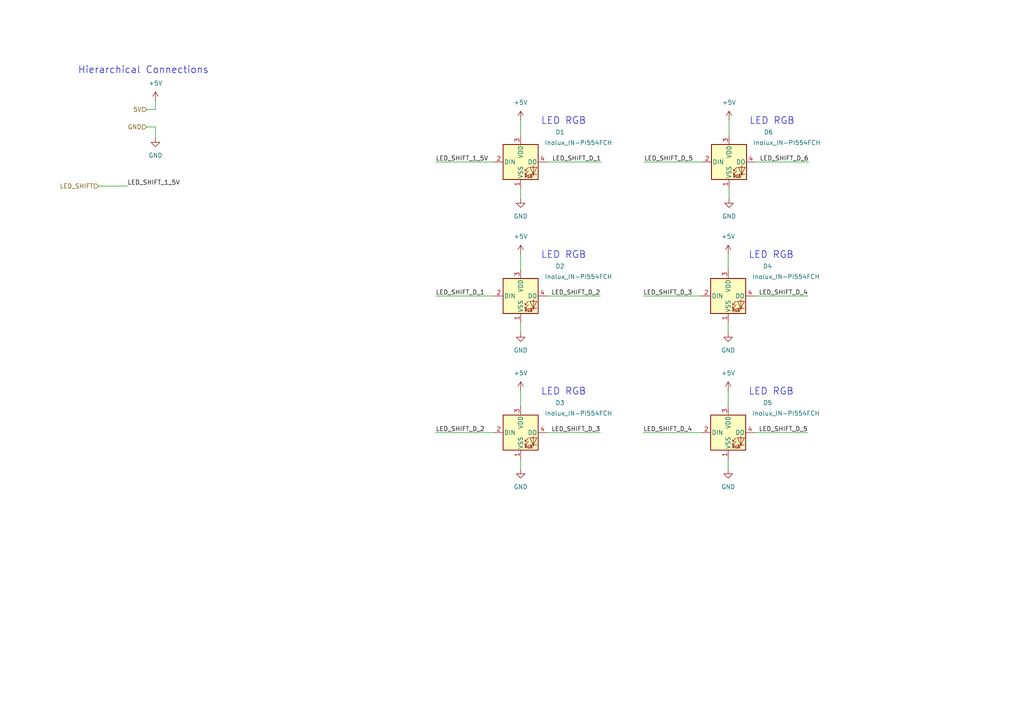
<source format=kicad_sch>
(kicad_sch (version 20230121) (generator eeschema)
  (paper "A4")
  (title_block (title "LEDs") (rev "A"))
  (lib_symbols
    (symbol "LED:Inolux_IN-PI554FCH" (pin_names (offset 0.254))
      (property "Reference" "D" (at 5.08 5.715 0))
      (property "Value" "Inolux_IN-PI554FCH" (at 1.27 -5.715 0))
      (symbol "Inolux_IN-PI554FCH_0_0"
        (text "RGB" (at 2.286 -4.191 0) (effects (font (size 0.762 0.762))))
      )
      (symbol "Inolux_IN-PI554FCH_0_1"
        (polyline (pts (xy 1.27 -3.556) (xy 1.778 -3.556)))
        (polyline (pts (xy 1.27 -2.54) (xy 1.778 -2.54)))
        (polyline (pts (xy 4.699 -3.556) (xy 2.667 -3.556)))
        (polyline (pts (xy 2.286 -2.54) (xy 1.27 -3.556) (xy 1.27 -3.048)))
        (polyline (pts (xy 2.286 -1.524) (xy 1.27 -2.54) (xy 1.27 -2.032)))
        (polyline (pts (xy 3.683 -1.016) (xy 3.683 -3.556) (xy 3.683 -4.064)))
        (polyline (pts (xy 4.699 -1.524) (xy 2.667 -1.524) (xy 3.683 -3.556) (xy 4.699 -1.524)))
        (rectangle (start 5.08 5.08) (end -5.08 -5.08) (stroke (width 0.254)) (fill (type background)))
      )
      (symbol "Inolux_IN-PI554FCH_1_1"
        (pin power_in line (at 0 -7.62 90) (length 2.54) (name "VSS") (number "1"))
        (pin input line (at -7.62 0 0) (length 2.54) (name "DIN") (number "2"))
        (pin power_in line (at 0 7.62 270) (length 2.54) (name "VDD") (number "3"))
        (pin output line (at 7.62 0 180) (length 2.54) (name "DO") (number "4"))
      )
    )
    (symbol "power:+5V" (power) (pin_names (offset 0))
      (property "Value" "+5V" (at 0 3.556 0))
      (symbol "+5V_0_1"
        (polyline (pts (xy -0.762 1.27) (xy 0 2.54)))
        (polyline (pts (xy 0 0) (xy 0 2.54)))
        (polyline (pts (xy 0 2.54) (xy 0.762 1.27)))
      )
      (symbol "+5V_1_1"
        (pin power_in line (at 0 0 90) (length 0) hide (name "+5V") (number "1"))
      )
    )
    (symbol "power:GND" (power) (pin_names (offset 0))
      (property "Value" "GND" (at 0 -3.81 0))
      (symbol "GND_0_1"
        (polyline (pts (xy 0 0) (xy 0 -1.27) (xy 1.27 -1.27) (xy 0 -2.54) (xy -1.27 -1.27) (xy 0 -1.27)))
      )
      (symbol "GND_1_1"
        (pin power_in line (at 0 0 270) (length 0) hide (name "GND") (number "1"))
      )
    )
  )
  (wire (pts (xy 151.003 34.798) (xy 151.003 39.37)))
  (wire (pts (xy 211.201 73.66) (xy 211.201 78.232)))
  (wire (pts (xy 151.003 73.66) (xy 151.003 78.232)))
  (wire (pts (xy 218.821 85.852) (xy 234.315 85.852)))
  (wire (pts (xy 158.623 85.852) (xy 174.117 85.852)))
  (wire (pts (xy 218.821 125.476) (xy 234.315 125.476)))
  (wire (pts (xy 151.003 54.61) (xy 151.003 57.658)))
  (wire (pts (xy 143.383 85.852) (xy 126.365 85.852)))
  (wire (pts (xy 45.085 31.75) (xy 45.085 29.21)))
  (wire (pts (xy 203.835 46.99) (xy 186.817 46.99)))
  (wire (pts (xy 203.581 125.476) (xy 186.563 125.476)))
  (wire (pts (xy 211.201 93.472) (xy 211.201 96.52)))
  (wire (pts (xy 42.545 36.83) (xy 45.085 36.83)))
  (wire (pts (xy 211.455 34.798) (xy 211.455 39.37)))
  (wire (pts (xy 151.003 93.472) (xy 151.003 96.52)))
  (wire (pts (xy 219.075 46.99) (xy 234.569 46.99)))
  (wire (pts (xy 151.003 133.096) (xy 151.003 136.144)))
  (wire (pts (xy 211.455 54.61) (xy 211.455 57.658)))
  (wire (pts (xy 211.201 133.096) (xy 211.201 136.144)))
  (wire (pts (xy 211.201 113.284) (xy 211.201 117.856)))
  (wire (pts (xy 42.545 31.75) (xy 45.085 31.75)))
  (wire (pts (xy 45.085 36.83) (xy 45.085 40.005)))
  (wire (pts (xy 28.575 53.975) (xy 36.957 53.975)))
  (wire (pts (xy 143.383 46.99) (xy 126.365 46.99)))
  (wire (pts (xy 143.383 125.476) (xy 126.365 125.476)))
  (wire (pts (xy 151.003 113.284) (xy 151.003 117.856)))
  (wire (pts (xy 158.623 125.476) (xy 174.117 125.476)))
  (wire (pts (xy 203.581 85.852) (xy 186.563 85.852)))
  (wire (pts (xy 158.623 46.99) (xy 174.371 46.99)))
  (text "LED RGB" (at 170.053 114.808 0) (effects (font (size 2 2)) (justify right bottom)))
  (text "LED RGB" (at 230.251 75.184 0) (effects (font (size 2 2)) (justify right bottom)))
  (text "LED RGB" (at 170.053 36.322 0) (effects (font (size 2 2)) (justify right bottom)))
  (text "LED RGB" (at 170.053 75.184 0) (effects (font (size 2 2)) (justify right bottom)))
  (text "Hierarchical Connections " (at 62.103 21.59 0) (effects (font (size 2 2)) (justify right bottom)))
  (text "LED RGB" (at 230.505 36.322 0) (effects (font (size 2 2)) (justify right bottom)))
  (text "LED RGB" (at 230.251 114.808 0) (effects (font (size 2 2)) (justify right bottom)))
  (label "LED_SHIFT_D_1" (at 174.371 46.99 180))
  (label "LED_SHIFT_D_2" (at 126.365 125.476 0))
  (label "LED_SHIFT_1_5V" (at 36.957 53.975 0))
  (label "LED_SHIFT_D_2" (at 174.117 85.852 180))
  (label "LED_SHIFT_D_4" (at 234.315 85.852 180))
  (label "LED_SHIFT_D_3" (at 186.563 85.852 0))
  (label "LED_SHIFT_D_5" (at 186.817 46.99 0))
  (label "LED_SHIFT_D_4" (at 186.563 125.476 0))
  (label "LED_SHIFT_D_3" (at 174.117 125.476 180))
  (label "LED_SHIFT_D_6" (at 234.569 46.99 180))
  (label "LED_SHIFT_D_1" (at 126.365 85.852 0))
  (label "LED_SHIFT_D_5" (at 234.315 125.476 180))
  (label "LED_SHIFT_1_5V" (at 126.365 46.99 0))
  (hierarchical_label "GND" (shape input) (at 42.545 36.83 180))
  (hierarchical_label "5V" (shape input) (at 42.545 31.75 180))
  (hierarchical_label "LED_SHIFT" (shape input) (at 28.575 53.975 180))
  (symbol (lib_id "power:GND") (at 45.085 40.005 0) (unit 1)
    (property "Reference" "#PWR029" (effects hide))
    (property "Value" "GND" (at 45.085 45.085 0))
  )
  (symbol (lib_id "power:+5V") (at 151.003 73.66 0) (unit 1)
    (property "Reference" "#PWR032" (effects hide))
    (property "Value" "+5V" (at 151.003 68.58 0))
  )
  (symbol (lib_id "power:GND") (at 211.455 57.658 0) (unit 1)
    (property "Reference" "#PWR041" (effects hide))
    (property "Value" "GND" (at 211.455 62.738 0))
  )
  (symbol (lib_id "power:GND") (at 151.003 96.52 0) (unit 1)
    (property "Reference" "#PWR033" (effects hide))
    (property "Value" "GND" (at 151.003 101.6 0))
  )
  (symbol (lib_id "LED:Inolux_IN-PI554FCH") (at 211.201 125.476 0) (unit 1)
    (property "Reference" "D5" (at 222.631 116.84 0))
    (property "Value" "Inolux_IN-PI554FCH" (at 227.965 119.888 0))
    (property "Footprint" "LED_SMD:LED_Inolux_IN-PI554FCH_PLCC4_5.0x5.0mm_P3.2mm" (effects hide))
    (property "Datasheet" "http://www.inolux-corp.com/datasheet/SMDLED/Addressable%20LED/IN-PI554FCH.pdf" (effects hide))
  )
  (symbol (lib_id "power:+5V") (at 151.003 34.798 0) (unit 1)
    (property "Reference" "#PWR030" (effects hide))
    (property "Value" "+5V" (at 151.003 29.718 0))
  )
  (symbol (lib_id "LED:Inolux_IN-PI554FCH") (at 211.455 46.99 0) (unit 1)
    (property "Reference" "D6" (at 222.885 38.354 0))
    (property "Value" "Inolux_IN-PI554FCH" (at 228.219 41.402 0))
    (property "Footprint" "LED_SMD:LED_Inolux_IN-PI554FCH_PLCC4_5.0x5.0mm_P3.2mm" (effects hide))
    (property "Datasheet" "http://www.inolux-corp.com/datasheet/SMDLED/Addressable%20LED/IN-PI554FCH.pdf" (effects hide))
  )
  (symbol (lib_id "power:+5V") (at 211.201 113.284 0) (unit 1)
    (property "Reference" "#PWR038" (effects hide))
    (property "Value" "+5V" (at 211.201 108.204 0))
  )
  (symbol (lib_id "power:+5V") (at 211.201 73.66 0) (unit 1)
    (property "Reference" "#PWR036" (effects hide))
    (property "Value" "+5V" (at 211.201 68.58 0))
  )
  (symbol (lib_id "power:GND") (at 151.003 136.144 0) (unit 1)
    (property "Reference" "#PWR035" (effects hide))
    (property "Value" "GND" (at 151.003 141.224 0))
  )
  (symbol (lib_id "LED:Inolux_IN-PI554FCH") (at 151.003 125.476 0) (unit 1)
    (property "Reference" "D3" (at 162.433 116.84 0))
    (property "Value" "Inolux_IN-PI554FCH" (at 167.767 119.888 0))
    (property "Footprint" "LED_SMD:LED_Inolux_IN-PI554FCH_PLCC4_5.0x5.0mm_P3.2mm" (effects hide))
    (property "Datasheet" "http://www.inolux-corp.com/datasheet/SMDLED/Addressable%20LED/IN-PI554FCH.pdf" (effects hide))
  )
  (symbol (lib_id "LED:Inolux_IN-PI554FCH") (at 151.003 85.852 0) (unit 1)
    (property "Reference" "D2" (at 162.433 77.216 0))
    (property "Value" "Inolux_IN-PI554FCH" (at 167.767 80.264 0))
    (property "Footprint" "LED_SMD:LED_Inolux_IN-PI554FCH_PLCC4_5.0x5.0mm_P3.2mm" (effects hide))
    (property "Datasheet" "http://www.inolux-corp.com/datasheet/SMDLED/Addressable%20LED/IN-PI554FCH.pdf" (effects hide))
  )
  (symbol (lib_id "power:+5V") (at 151.003 113.284 0) (unit 1)
    (property "Reference" "#PWR034" (effects hide))
    (property "Value" "+5V" (at 151.003 108.204 0))
  )
  (symbol (lib_id "power:+5V") (at 211.455 34.798 0) (unit 1)
    (property "Reference" "#PWR040" (effects hide))
    (property "Value" "+5V" (at 211.455 29.718 0))
  )
  (symbol (lib_id "power:GND") (at 211.201 96.52 0) (unit 1)
    (property "Reference" "#PWR037" (effects hide))
    (property "Value" "GND" (at 211.201 101.6 0))
  )
  (symbol (lib_id "LED:Inolux_IN-PI554FCH") (at 151.003 46.99 0) (unit 1)
    (property "Reference" "D1" (at 162.433 38.354 0))
    (property "Value" "Inolux_IN-PI554FCH" (at 167.767 41.402 0))
    (property "Footprint" "LED_SMD:LED_Inolux_IN-PI554FCH_PLCC4_5.0x5.0mm_P3.2mm" (effects hide))
    (property "Datasheet" "http://www.inolux-corp.com/datasheet/SMDLED/Addressable%20LED/IN-PI554FCH.pdf" (effects hide))
  )
  (symbol (lib_id "power:GND") (at 151.003 57.658 0) (unit 1)
    (property "Reference" "#PWR031" (effects hide))
    (property "Value" "GND" (at 151.003 62.738 0))
  )
  (symbol (lib_id "power:GND") (at 211.201 136.144 0) (unit 1)
    (property "Reference" "#PWR039" (effects hide))
    (property "Value" "GND" (at 211.201 141.224 0))
  )
  (symbol (lib_id "power:+5V") (at 45.085 29.21 0) (unit 1)
    (property "Reference" "#PWR028" (effects hide))
    (property "Value" "+5V" (at 45.085 24.13 0))
  )
  (symbol (lib_id "LED:Inolux_IN-PI554FCH") (at 211.201 85.852 0) (unit 1)
    (property "Reference" "D4" (at 222.631 77.216 0))
    (property "Value" "Inolux_IN-PI554FCH" (at 227.965 80.264 0))
    (property "Footprint" "LED_SMD:LED_Inolux_IN-PI554FCH_PLCC4_5.0x5.0mm_P3.2mm" (effects hide))
    (property "Datasheet" "http://www.inolux-corp.com/datasheet/SMDLED/Addressable%20LED/IN-PI554FCH.pdf" (effects hide))
  )
)
</source>
